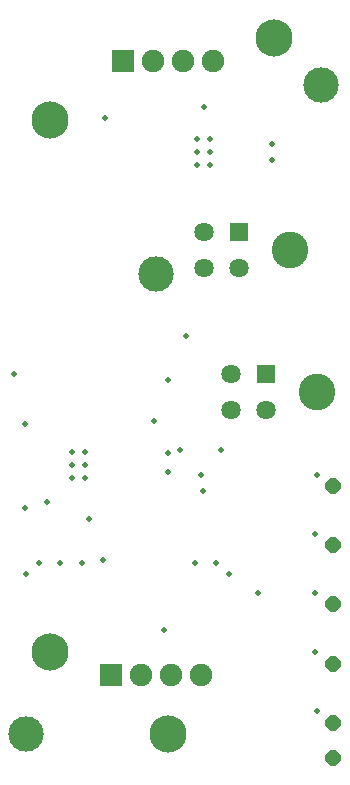
<source format=gbs>
G04*
G04 #@! TF.GenerationSoftware,Altium Limited,Altium Designer,20.0.11 (256)*
G04*
G04 Layer_Color=16711935*
%FSLAX44Y44*%
%MOMM*%
G71*
G01*
G75*
%ADD41C,3.0000*%
%ADD42C,3.1480*%
%ADD43P,1.4071X8X292.5*%
%ADD44R,1.9000X1.9000*%
%ADD45C,1.9000*%
%ADD46C,3.1000*%
%ADD47R,1.6300X1.6300*%
%ADD48C,1.6300*%
%ADD49P,1.4071X8X202.5*%
%ADD50C,0.5000*%
D41*
X280000Y580000D02*
D03*
X30000Y30000D02*
D03*
X140000Y420000D02*
D03*
D42*
X50000Y550000D02*
D03*
Y100000D02*
D03*
X240000Y620000D02*
D03*
X150000Y30000D02*
D03*
D43*
X290000Y40000D02*
D03*
Y240000D02*
D03*
Y140000D02*
D03*
X290000Y90000D02*
D03*
X290000Y10000D02*
D03*
D44*
X111900Y600000D02*
D03*
X101900Y80000D02*
D03*
D45*
X137300Y600000D02*
D03*
X162700D02*
D03*
X188100D02*
D03*
X127300Y80000D02*
D03*
X152700D02*
D03*
X178100D02*
D03*
D46*
X253600Y440000D02*
D03*
X276600Y320000D02*
D03*
D47*
X210400Y455000D02*
D03*
X233400Y335000D02*
D03*
D48*
X210400Y425000D02*
D03*
X180400Y455000D02*
D03*
Y425000D02*
D03*
X233400Y305000D02*
D03*
X203400Y335000D02*
D03*
Y305000D02*
D03*
D49*
X290000Y190000D02*
D03*
D50*
X69250Y269350D02*
D03*
X80250D02*
D03*
X69250Y258350D02*
D03*
X80250D02*
D03*
X69250Y247350D02*
D03*
X80250D02*
D03*
X185543Y512000D02*
D03*
X174543D02*
D03*
X185543Y523000D02*
D03*
X174543D02*
D03*
X185543Y534000D02*
D03*
X174543D02*
D03*
X147000Y118000D02*
D03*
X29000Y293000D02*
D03*
X181000Y561000D02*
D03*
X238000Y516000D02*
D03*
Y530000D02*
D03*
X97000Y552000D02*
D03*
X165000Y367000D02*
D03*
X150000Y330000D02*
D03*
X195000Y271000D02*
D03*
X160000D02*
D03*
X178000Y250000D02*
D03*
X150000Y252000D02*
D03*
Y268000D02*
D03*
X180000Y236000D02*
D03*
X276000Y250000D02*
D03*
X275000Y200000D02*
D03*
Y150000D02*
D03*
Y100000D02*
D03*
X276000Y50000D02*
D03*
X202000Y166000D02*
D03*
X191000Y175000D02*
D03*
X173000D02*
D03*
X95000Y178000D02*
D03*
X30000Y166000D02*
D03*
X41000Y175000D02*
D03*
X59000D02*
D03*
X77000D02*
D03*
X83000Y212000D02*
D03*
X48000Y227000D02*
D03*
X29000Y222000D02*
D03*
X226000Y150000D02*
D03*
X20000Y335000D02*
D03*
X138000Y295000D02*
D03*
M02*

</source>
